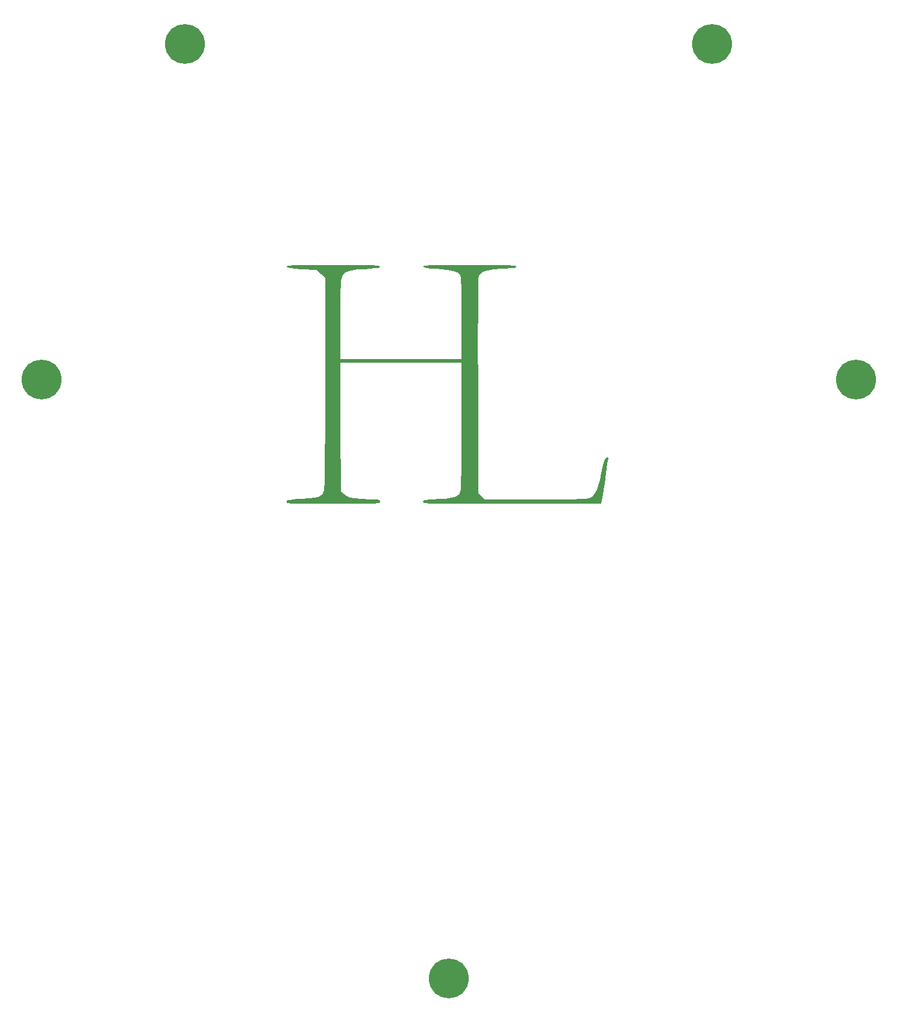
<source format=gbr>
%TF.GenerationSoftware,KiCad,Pcbnew,(6.0.1)*%
%TF.CreationDate,2022-02-09T22:29:10-05:00*%
%TF.ProjectId,herringbone_base_layer,68657272-696e-4676-926f-6e655f626173,rev?*%
%TF.SameCoordinates,Original*%
%TF.FileFunction,Soldermask,Top*%
%TF.FilePolarity,Negative*%
%FSLAX46Y46*%
G04 Gerber Fmt 4.6, Leading zero omitted, Abs format (unit mm)*
G04 Created by KiCad (PCBNEW (6.0.1)) date 2022-02-09 22:29:10*
%MOMM*%
%LPD*%
G01*
G04 APERTURE LIST*
%ADD10C,5.600000*%
G04 APERTURE END LIST*
%TO.C,G\u002A\u002A\u002A*%
G36*
X146705110Y-59726673D02*
G01*
X148077603Y-59732012D01*
X149177339Y-59742071D01*
X150031804Y-59757796D01*
X150668486Y-59780136D01*
X151114869Y-59810039D01*
X151398441Y-59848452D01*
X151546687Y-59896325D01*
X151587212Y-59951199D01*
X151510870Y-60053387D01*
X151254174Y-60134754D01*
X150775615Y-60202128D01*
X150033687Y-60262337D01*
X149497857Y-60294899D01*
X148378701Y-60380747D01*
X147545132Y-60505615D01*
X146955776Y-60685908D01*
X146569259Y-60938031D01*
X146344208Y-61278390D01*
X146260472Y-61578579D01*
X146247182Y-61816610D01*
X146235482Y-62358272D01*
X146225444Y-63179454D01*
X146217141Y-64256050D01*
X146210647Y-65563948D01*
X146206033Y-67079043D01*
X146203373Y-68777223D01*
X146202739Y-70634382D01*
X146204205Y-72626410D01*
X146207842Y-74729198D01*
X146213725Y-76918638D01*
X146213941Y-76986744D01*
X146261406Y-91872255D01*
X146721189Y-92267712D01*
X147180972Y-92663168D01*
X154441993Y-92663168D01*
X156174073Y-92662783D01*
X157608578Y-92660732D01*
X158775676Y-92655676D01*
X159705532Y-92646271D01*
X160428314Y-92631178D01*
X160974188Y-92609054D01*
X161373322Y-92578558D01*
X161655883Y-92538349D01*
X161852036Y-92487086D01*
X161991950Y-92423426D01*
X162105791Y-92346029D01*
X162138064Y-92320957D01*
X162430213Y-92054720D01*
X162676948Y-91729812D01*
X162894637Y-91301061D01*
X163099647Y-90723296D01*
X163308349Y-89951347D01*
X163537109Y-88940043D01*
X163765047Y-87831044D01*
X163910909Y-87239546D01*
X164070752Y-86913126D01*
X164270954Y-86790251D01*
X164471347Y-86791079D01*
X164519535Y-86958246D01*
X164467569Y-87279794D01*
X164399167Y-87669092D01*
X164303321Y-88288763D01*
X164194274Y-89044102D01*
X164113877Y-89631555D01*
X163993371Y-90484733D01*
X163862908Y-91328651D01*
X163741533Y-92043458D01*
X163677715Y-92376394D01*
X163482187Y-93318652D01*
X150979861Y-93318652D01*
X148659367Y-93318416D01*
X146644994Y-93317359D01*
X144915124Y-93314953D01*
X143448137Y-93310674D01*
X142222413Y-93303994D01*
X141216331Y-93294389D01*
X140408274Y-93281331D01*
X139776619Y-93264296D01*
X139299749Y-93242756D01*
X138956043Y-93216186D01*
X138723882Y-93184060D01*
X138581645Y-93145851D01*
X138507714Y-93101035D01*
X138480467Y-93049084D01*
X138477535Y-93014458D01*
X138504511Y-92888663D01*
X138619797Y-92798719D01*
X138874929Y-92735176D01*
X139321444Y-92688584D01*
X140010879Y-92649491D01*
X140607476Y-92623877D01*
X141660969Y-92564742D01*
X142437121Y-92474216D01*
X142986009Y-92335532D01*
X143357706Y-92131923D01*
X143602288Y-91846623D01*
X143728720Y-91578768D01*
X143761782Y-91328349D01*
X143791809Y-90774423D01*
X143818390Y-89941216D01*
X143841116Y-88852954D01*
X143859577Y-87533861D01*
X143873363Y-86008163D01*
X143882063Y-84300086D01*
X143885268Y-82433853D01*
X143885277Y-82328629D01*
X143885277Y-73490265D01*
X126829524Y-73490265D01*
X126877078Y-82499566D01*
X126924632Y-91508868D01*
X127369759Y-91953872D01*
X127721809Y-92214225D01*
X128212622Y-92405177D01*
X128888279Y-92535405D01*
X129794862Y-92613589D01*
X130978452Y-92648409D01*
X131062373Y-92649340D01*
X131728014Y-92662794D01*
X132130863Y-92697343D01*
X132335836Y-92769390D01*
X132407851Y-92895333D01*
X132414309Y-92990910D01*
X132406499Y-93072734D01*
X132363134Y-93139667D01*
X132254306Y-93193203D01*
X132050112Y-93234837D01*
X131720646Y-93266066D01*
X131236002Y-93288384D01*
X130566274Y-93303287D01*
X129681558Y-93312269D01*
X128551948Y-93316826D01*
X127147539Y-93318454D01*
X125859470Y-93318652D01*
X124221301Y-93318053D01*
X122881059Y-93315338D01*
X121808930Y-93309132D01*
X120975098Y-93298060D01*
X120349749Y-93280746D01*
X119903070Y-93255813D01*
X119605246Y-93221888D01*
X119426462Y-93177593D01*
X119336904Y-93121554D01*
X119306758Y-93052395D01*
X119304632Y-93016223D01*
X119332795Y-92890766D01*
X119451571Y-92800227D01*
X119712387Y-92734836D01*
X120166672Y-92684823D01*
X120865855Y-92640419D01*
X121432367Y-92612019D01*
X122462889Y-92548501D01*
X123218961Y-92459607D01*
X123753781Y-92327712D01*
X124120548Y-92135191D01*
X124372462Y-91864418D01*
X124523246Y-91587998D01*
X124558465Y-91412497D01*
X124589594Y-91041126D01*
X124616794Y-90460871D01*
X124640227Y-89658715D01*
X124660054Y-88621644D01*
X124676438Y-87336642D01*
X124689539Y-85790694D01*
X124699519Y-83970784D01*
X124706541Y-81863898D01*
X124710764Y-79457020D01*
X124712352Y-76737135D01*
X124712373Y-76355758D01*
X124712373Y-61538609D01*
X124155304Y-60981539D01*
X123598234Y-60424470D01*
X121451433Y-60305739D01*
X120539123Y-60247770D01*
X119911645Y-60187453D01*
X119526121Y-60117804D01*
X119339675Y-60031837D01*
X119304632Y-59956056D01*
X119346559Y-59897303D01*
X119490925Y-59849115D01*
X119765608Y-59810509D01*
X120198484Y-59780505D01*
X120817430Y-59758118D01*
X121650324Y-59742368D01*
X122725043Y-59732272D01*
X124069464Y-59726847D01*
X125711464Y-59725112D01*
X125859470Y-59725103D01*
X127526988Y-59726581D01*
X128894652Y-59731667D01*
X129990339Y-59741345D01*
X130841926Y-59756597D01*
X131477290Y-59778405D01*
X131924308Y-59807751D01*
X132210857Y-59845618D01*
X132364815Y-59892987D01*
X132414058Y-59950841D01*
X132414309Y-59956056D01*
X132344122Y-60058622D01*
X132104860Y-60139538D01*
X131653470Y-60205872D01*
X130946901Y-60264696D01*
X130293638Y-60304294D01*
X129208090Y-60382298D01*
X128402208Y-60492030D01*
X127828146Y-60653027D01*
X127438054Y-60884830D01*
X127184084Y-61206976D01*
X127018388Y-61639003D01*
X127017537Y-61642063D01*
X126968247Y-61990072D01*
X126925943Y-62636440D01*
X126891475Y-63551839D01*
X126865697Y-64706943D01*
X126849459Y-66072426D01*
X126843613Y-67618962D01*
X126843610Y-67631878D01*
X126842696Y-72998652D01*
X143885277Y-72998652D01*
X143883039Y-67386071D01*
X143879708Y-66047050D01*
X143871267Y-64801019D01*
X143858402Y-63688803D01*
X143841801Y-62751225D01*
X143822148Y-62029110D01*
X143800132Y-61563282D01*
X143782476Y-61406633D01*
X143603887Y-61042191D01*
X143263239Y-60764091D01*
X142721884Y-60558970D01*
X141941169Y-60413465D01*
X140882444Y-60314214D01*
X140566890Y-60294899D01*
X139662280Y-60235720D01*
X139043887Y-60173135D01*
X138670204Y-60100315D01*
X138499723Y-60010432D01*
X138477535Y-59951199D01*
X138523029Y-59893502D01*
X138677837Y-59846160D01*
X138969443Y-59808227D01*
X139425336Y-59778754D01*
X140073001Y-59756793D01*
X140939924Y-59741396D01*
X142053592Y-59731615D01*
X143441492Y-59726501D01*
X145032373Y-59725103D01*
X146705110Y-59726673D01*
G37*
%TD*%
D10*
%TO.C,REF\u002A\u002A*%
X179117095Y-28701292D03*
%TD*%
%TO.C,REF\u002A\u002A*%
X199322671Y-75847636D03*
%TD*%
%TO.C,REF\u002A\u002A*%
X84824406Y-75847636D03*
%TD*%
%TO.C,REF\u002A\u002A*%
X142073538Y-160037537D03*
%TD*%
%TO.C,REF\u002A\u002A*%
X105029982Y-28701292D03*
%TD*%
M02*

</source>
